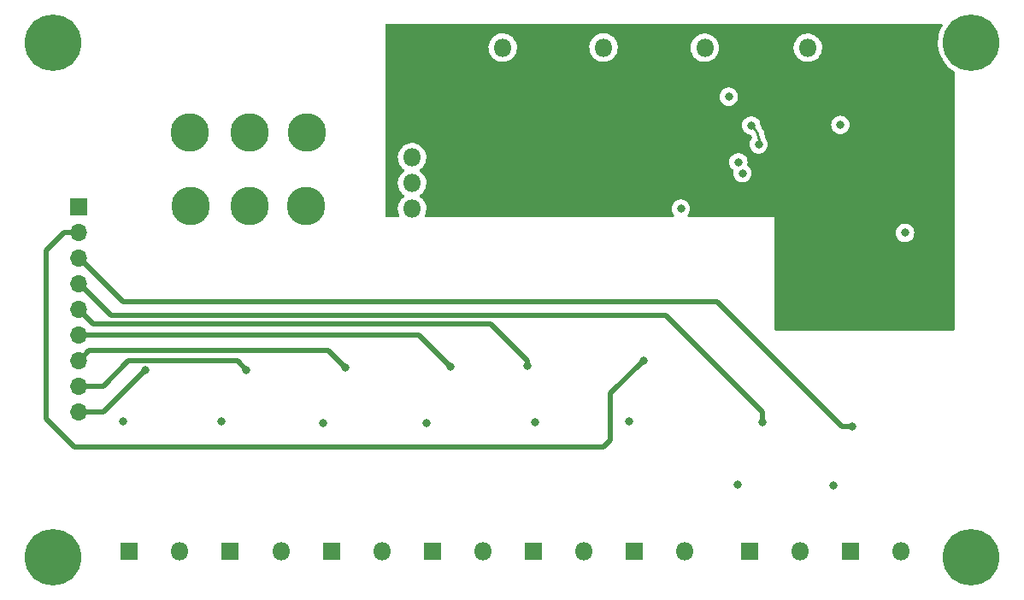
<source format=gbr>
%TF.GenerationSoftware,KiCad,Pcbnew,(6.0.5)*%
%TF.CreationDate,2022-10-19T12:43:17-05:00*%
%TF.ProjectId,powerPCB,706f7765-7250-4434-922e-6b696361645f,rev?*%
%TF.SameCoordinates,Original*%
%TF.FileFunction,Copper,L4,Bot*%
%TF.FilePolarity,Positive*%
%FSLAX46Y46*%
G04 Gerber Fmt 4.6, Leading zero omitted, Abs format (unit mm)*
G04 Created by KiCad (PCBNEW (6.0.5)) date 2022-10-19 12:43:17*
%MOMM*%
%LPD*%
G01*
G04 APERTURE LIST*
%TA.AperFunction,ComponentPad*%
%ADD10C,5.600000*%
%TD*%
%TA.AperFunction,ComponentPad*%
%ADD11C,3.800000*%
%TD*%
%TA.AperFunction,ComponentPad*%
%ADD12R,1.800000X1.800000*%
%TD*%
%TA.AperFunction,ComponentPad*%
%ADD13O,1.800000X1.800000*%
%TD*%
%TA.AperFunction,ComponentPad*%
%ADD14R,1.700000X1.700000*%
%TD*%
%TA.AperFunction,ComponentPad*%
%ADD15O,1.700000X1.700000*%
%TD*%
%TA.AperFunction,ViaPad*%
%ADD16C,0.800000*%
%TD*%
%TA.AperFunction,Conductor*%
%ADD17C,0.500000*%
%TD*%
%TA.AperFunction,Conductor*%
%ADD18C,0.250000*%
%TD*%
G04 APERTURE END LIST*
D10*
%TO.P,H9,1,1*%
%TO.N,unconnected-(H9-Pad1)*%
X84900000Y-49000000D03*
%TD*%
D11*
%TO.P,H5,1,1*%
%TO.N,GND*%
X110100000Y-57900000D03*
%TD*%
D12*
%TO.P,J10,1,Pin_1*%
%TO.N,Net-(Q6-Pad3)*%
X122500000Y-99400000D03*
D13*
%TO.P,J10,2,Pin_2*%
%TO.N,+12V*%
X127500000Y-99400000D03*
%TD*%
%TO.P,J3,2,Pin_2*%
%TO.N,GND*%
X149500000Y-49500000D03*
D12*
%TO.P,J3,1,Pin_1*%
%TO.N,+5V*%
X154500000Y-49500000D03*
%TD*%
%TO.P,J7,1,Pin_1*%
%TO.N,Net-(J7-Pad1)*%
X153900000Y-99400000D03*
D13*
%TO.P,J7,2,Pin_2*%
%TO.N,+12V*%
X158900000Y-99400000D03*
%TD*%
D12*
%TO.P,J1,1,Pin_1*%
%TO.N,Net-(D1-Pad2)*%
X92500000Y-99400000D03*
D13*
%TO.P,J1,2,Pin_2*%
%TO.N,+12V*%
X97500000Y-99400000D03*
%TD*%
D11*
%TO.P,H6,1,1*%
%TO.N,GND*%
X104400000Y-57900000D03*
%TD*%
D10*
%TO.P,H10,1,1*%
%TO.N,unconnected-(H10-Pad1)*%
X175900000Y-100000000D03*
%TD*%
D13*
%TO.P,J4,2,Pin_2*%
%TO.N,GND*%
X159700000Y-49500000D03*
D12*
%TO.P,J4,1,Pin_1*%
%TO.N,+5V*%
X164700000Y-49500000D03*
%TD*%
D11*
%TO.P,H2,1,1*%
%TO.N,/12IN*%
X98600000Y-65200000D03*
%TD*%
D12*
%TO.P,J6,1,Pin_1*%
%TO.N,Net-(D2-Pad2)*%
X102500000Y-99400000D03*
D13*
%TO.P,J6,2,Pin_2*%
%TO.N,+12V*%
X107500000Y-99400000D03*
%TD*%
D12*
%TO.P,J9,1,Pin_1*%
%TO.N,Net-(J9-Pad1)*%
X163900000Y-99400000D03*
D13*
%TO.P,J9,2,Pin_2*%
%TO.N,+12V*%
X168900000Y-99400000D03*
%TD*%
D12*
%TO.P,J13,1,Pin_1*%
%TO.N,Net-(D6-Pad2)*%
X142500000Y-99390000D03*
D13*
%TO.P,J13,2,Pin_2*%
%TO.N,+12V*%
X147500000Y-99390000D03*
%TD*%
D12*
%TO.P,J11,1,Pin_1*%
%TO.N,Net-(D5-Pad2)*%
X132500000Y-99400000D03*
D13*
%TO.P,J11,2,Pin_2*%
%TO.N,+12V*%
X137500000Y-99400000D03*
%TD*%
D11*
%TO.P,H3,1,1*%
%TO.N,/12IN*%
X110000000Y-65200000D03*
%TD*%
D14*
%TO.P,J5,1,Pin_1*%
%TO.N,GND*%
X87450000Y-65250000D03*
D15*
%TO.P,J5,2,Pin_2*%
%TO.N,GPIO19*%
X87450000Y-67790000D03*
%TO.P,J5,3,Pin_3*%
%TO.N,GPIO13*%
X87450000Y-70330000D03*
%TO.P,J5,4,Pin_4*%
%TO.N,GPIO6*%
X87450000Y-72870000D03*
%TO.P,J5,5,Pin_5*%
%TO.N,GPIO5*%
X87450000Y-75410000D03*
%TO.P,J5,6,Pin_6*%
%TO.N,GPIO22*%
X87450000Y-77950000D03*
%TO.P,J5,7,Pin_7*%
%TO.N,GPIO27*%
X87450000Y-80490000D03*
%TO.P,J5,8,Pin_8*%
%TO.N,GPIO17*%
X87450000Y-83030000D03*
%TO.P,J5,9,Pin_9*%
%TO.N,GPIO4*%
X87450000Y-85570000D03*
%TD*%
D10*
%TO.P,H8,1,1*%
%TO.N,unconnected-(H8-Pad1)*%
X84900000Y-100000000D03*
%TD*%
D11*
%TO.P,H1,1,1*%
%TO.N,/12IN*%
X104400000Y-65200000D03*
%TD*%
D13*
%TO.P,SW1,1,A*%
%TO.N,unconnected-(SW1-Pad1)*%
X120500000Y-65440000D03*
%TO.P,SW1,2,B*%
%TO.N,/12IN*%
X120500000Y-62900000D03*
%TO.P,SW1,3,C*%
%TO.N,+12V*%
X120500000Y-60360000D03*
%TD*%
D10*
%TO.P,H7,1,1*%
%TO.N,unconnected-(H7-Pad1)*%
X175900000Y-49000000D03*
%TD*%
D11*
%TO.P,H4,1,1*%
%TO.N,GND*%
X98500000Y-57900000D03*
%TD*%
D12*
%TO.P,J8,1,Pin_1*%
%TO.N,Net-(D3-Pad2)*%
X112500000Y-99400000D03*
D13*
%TO.P,J8,2,Pin_2*%
%TO.N,+12V*%
X117500000Y-99400000D03*
%TD*%
%TO.P,J2,2,Pin_2*%
%TO.N,GND*%
X139472500Y-49487500D03*
D12*
%TO.P,J2,1,Pin_1*%
%TO.N,+5V*%
X144472500Y-49487500D03*
%TD*%
D13*
%TO.P,J12,2,Pin_2*%
%TO.N,GND*%
X129482500Y-49497500D03*
D12*
%TO.P,J12,1,Pin_1*%
%TO.N,+5V*%
X134482500Y-49497500D03*
%TD*%
D16*
%TO.N,GND*%
X151880000Y-54360000D03*
X121912500Y-86700000D03*
X101600000Y-86500000D03*
X153220000Y-61940000D03*
X152830000Y-60850000D03*
X91900000Y-86500000D03*
X111712500Y-86700000D03*
X142000000Y-86500000D03*
X132712500Y-86600000D03*
X147130000Y-65450000D03*
X152712500Y-92800000D03*
X162212500Y-92900000D03*
X162930000Y-57150000D03*
X169330000Y-67850000D03*
%TO.N,+5V*%
X166230000Y-73850000D03*
X170230000Y-73850000D03*
X171230000Y-73850000D03*
X168230000Y-73850000D03*
X169230000Y-73850000D03*
X173230000Y-73850000D03*
X172230000Y-73850000D03*
X167230000Y-73850000D03*
X165230000Y-73850000D03*
X164230000Y-73850000D03*
%TO.N,/EN*%
X154828999Y-59075263D03*
X154100000Y-57210000D03*
%TO.N,GPIO4*%
X94100000Y-81400000D03*
%TO.N,GPIO17*%
X104100000Y-81400000D03*
%TO.N,GPIO27*%
X113900000Y-81200000D03*
%TO.N,GPIO22*%
X124300000Y-81100000D03*
%TO.N,GPIO5*%
X131900000Y-81000000D03*
%TO.N,GPIO6*%
X155200000Y-86600000D03*
%TO.N,GPIO13*%
X164100000Y-87000000D03*
%TO.N,GPIO19*%
X143400000Y-80500000D03*
%TD*%
D17*
%TO.N,GPIO17*%
X103250489Y-80550489D02*
X104100000Y-81400000D01*
X89920000Y-83030000D02*
X92399511Y-80550489D01*
X92399511Y-80550489D02*
X103250489Y-80550489D01*
X87450000Y-83030000D02*
X89920000Y-83030000D01*
%TO.N,GPIO27*%
X112200000Y-79500000D02*
X113900000Y-81200000D01*
X88520000Y-79500000D02*
X112200000Y-79500000D01*
X87525000Y-80495000D02*
X88520000Y-79500000D01*
%TO.N,GPIO4*%
X87450000Y-85570000D02*
X89930000Y-85570000D01*
X89930000Y-85570000D02*
X94100000Y-81400000D01*
%TO.N,GPIO22*%
X121150000Y-77950000D02*
X124300000Y-81100000D01*
X87450000Y-77950000D02*
X121150000Y-77950000D01*
%TO.N,GPIO5*%
X128250000Y-76900000D02*
X131900000Y-80550000D01*
X88940000Y-76900000D02*
X128250000Y-76900000D01*
X131900000Y-80550000D02*
X131900000Y-81000000D01*
X87450000Y-75410000D02*
X88940000Y-76900000D01*
%TO.N,GPIO19*%
X140150000Y-83750000D02*
X143400000Y-80500000D01*
X140150000Y-88400000D02*
X140150000Y-83750000D01*
X84250000Y-86300000D02*
X87050000Y-89100000D01*
X86060000Y-67790000D02*
X84250000Y-69600000D01*
X84250000Y-69600000D02*
X84250000Y-86300000D01*
X87050000Y-89100000D02*
X139450000Y-89100000D01*
X139450000Y-89100000D02*
X140150000Y-88400000D01*
X87450000Y-67790000D02*
X86060000Y-67790000D01*
%TO.N,GPIO6*%
X155200000Y-85550000D02*
X145650000Y-76000000D01*
X155200000Y-86600000D02*
X155200000Y-85550000D01*
%TO.N,GPIO13*%
X163050000Y-87000000D02*
X164100000Y-87000000D01*
X91890000Y-74700000D02*
X150750000Y-74700000D01*
X150750000Y-74700000D02*
X163050000Y-87000000D01*
X87525000Y-70335000D02*
X91890000Y-74700000D01*
D18*
%TO.N,/EN*%
X154828999Y-58496905D02*
X154828999Y-59075263D01*
X154434499Y-57544499D02*
X154040000Y-57150000D01*
X154828996Y-58496905D02*
G75*
G03*
X154434498Y-57544500I-1346896J5D01*
G01*
D17*
%TO.N,GPIO6*%
X87525000Y-72875000D02*
X90650000Y-76000000D01*
X90650000Y-76000000D02*
X145650000Y-76000000D01*
%TD*%
%TA.AperFunction,Conductor*%
%TO.N,+5V*%
G36*
X172995208Y-47170002D02*
G01*
X173041701Y-47223658D01*
X173051805Y-47293932D01*
X173038235Y-47335347D01*
X172898684Y-47596703D01*
X172898679Y-47596714D01*
X172897077Y-47599714D01*
X172763411Y-47932218D01*
X172762491Y-47935492D01*
X172762489Y-47935497D01*
X172684382Y-48213373D01*
X172666437Y-48277213D01*
X172665875Y-48280570D01*
X172665875Y-48280571D01*
X172613371Y-48594327D01*
X172607290Y-48630663D01*
X172586661Y-48988434D01*
X172586833Y-48991829D01*
X172586833Y-48991830D01*
X172589136Y-49037297D01*
X172604792Y-49346340D01*
X172605329Y-49349695D01*
X172605330Y-49349701D01*
X172638992Y-49559859D01*
X172661470Y-49700195D01*
X172756033Y-50045859D01*
X172887374Y-50379288D01*
X172888957Y-50382303D01*
X173034930Y-50660340D01*
X173053957Y-50696582D01*
X173055858Y-50699411D01*
X173055864Y-50699421D01*
X173239569Y-50972800D01*
X173253834Y-50994029D01*
X173484665Y-51268150D01*
X173743751Y-51515738D01*
X174028061Y-51733897D01*
X174169460Y-51819869D01*
X174217274Y-51872349D01*
X174230000Y-51927530D01*
X174230000Y-77424000D01*
X174209998Y-77492121D01*
X174156342Y-77538614D01*
X174104000Y-77550000D01*
X156556000Y-77550000D01*
X156487879Y-77529998D01*
X156441386Y-77476342D01*
X156430000Y-77424000D01*
X156430000Y-67850000D01*
X168416496Y-67850000D01*
X168436458Y-68039928D01*
X168495473Y-68221556D01*
X168590960Y-68386944D01*
X168718747Y-68528866D01*
X168873248Y-68641118D01*
X168879276Y-68643802D01*
X168879278Y-68643803D01*
X169041681Y-68716109D01*
X169047712Y-68718794D01*
X169141113Y-68738647D01*
X169228056Y-68757128D01*
X169228061Y-68757128D01*
X169234513Y-68758500D01*
X169425487Y-68758500D01*
X169431939Y-68757128D01*
X169431944Y-68757128D01*
X169518887Y-68738647D01*
X169612288Y-68718794D01*
X169618319Y-68716109D01*
X169780722Y-68643803D01*
X169780724Y-68643802D01*
X169786752Y-68641118D01*
X169941253Y-68528866D01*
X170069040Y-68386944D01*
X170164527Y-68221556D01*
X170223542Y-68039928D01*
X170243504Y-67850000D01*
X170223542Y-67660072D01*
X170164527Y-67478444D01*
X170069040Y-67313056D01*
X169941253Y-67171134D01*
X169786752Y-67058882D01*
X169780724Y-67056198D01*
X169780722Y-67056197D01*
X169618319Y-66983891D01*
X169618318Y-66983891D01*
X169612288Y-66981206D01*
X169518888Y-66961353D01*
X169431944Y-66942872D01*
X169431939Y-66942872D01*
X169425487Y-66941500D01*
X169234513Y-66941500D01*
X169228061Y-66942872D01*
X169228056Y-66942872D01*
X169141112Y-66961353D01*
X169047712Y-66981206D01*
X169041682Y-66983891D01*
X169041681Y-66983891D01*
X168879278Y-67056197D01*
X168879276Y-67056198D01*
X168873248Y-67058882D01*
X168718747Y-67171134D01*
X168590960Y-67313056D01*
X168495473Y-67478444D01*
X168436458Y-67660072D01*
X168416496Y-67850000D01*
X156430000Y-67850000D01*
X156430000Y-66250000D01*
X147915183Y-66250000D01*
X147847062Y-66229998D01*
X147800569Y-66176342D01*
X147790465Y-66106068D01*
X147821546Y-66039692D01*
X147869040Y-65986944D01*
X147964527Y-65821556D01*
X148023542Y-65639928D01*
X148043504Y-65450000D01*
X148023542Y-65260072D01*
X147964527Y-65078444D01*
X147869040Y-64913056D01*
X147741253Y-64771134D01*
X147586752Y-64658882D01*
X147580724Y-64656198D01*
X147580722Y-64656197D01*
X147418319Y-64583891D01*
X147418318Y-64583891D01*
X147412288Y-64581206D01*
X147318888Y-64561353D01*
X147231944Y-64542872D01*
X147231939Y-64542872D01*
X147225487Y-64541500D01*
X147034513Y-64541500D01*
X147028061Y-64542872D01*
X147028056Y-64542872D01*
X146941112Y-64561353D01*
X146847712Y-64581206D01*
X146841682Y-64583891D01*
X146841681Y-64583891D01*
X146679278Y-64656197D01*
X146679276Y-64656198D01*
X146673248Y-64658882D01*
X146518747Y-64771134D01*
X146390960Y-64913056D01*
X146295473Y-65078444D01*
X146236458Y-65260072D01*
X146216496Y-65450000D01*
X146236458Y-65639928D01*
X146295473Y-65821556D01*
X146390960Y-65986944D01*
X146438454Y-66039692D01*
X146469170Y-66103697D01*
X146460407Y-66174150D01*
X146414944Y-66228682D01*
X146344817Y-66250000D01*
X121873711Y-66250000D01*
X121805590Y-66229998D01*
X121759097Y-66176342D01*
X121748993Y-66106068D01*
X121760754Y-66068173D01*
X121811784Y-65964922D01*
X121811785Y-65964920D01*
X121814078Y-65960280D01*
X121881408Y-65738671D01*
X121911640Y-65509041D01*
X121913327Y-65440000D01*
X121899074Y-65266635D01*
X121894773Y-65214318D01*
X121894772Y-65214312D01*
X121894349Y-65209167D01*
X121837925Y-64984533D01*
X121835866Y-64979797D01*
X121747630Y-64776868D01*
X121747628Y-64776865D01*
X121745570Y-64772131D01*
X121619764Y-64577665D01*
X121586857Y-64541500D01*
X121570134Y-64523122D01*
X121463887Y-64406358D01*
X121459836Y-64403159D01*
X121459832Y-64403155D01*
X121287077Y-64266722D01*
X121246014Y-64208805D01*
X121242782Y-64137882D01*
X121278407Y-64076470D01*
X121292001Y-64065261D01*
X121295872Y-64062500D01*
X121412243Y-63979494D01*
X121576303Y-63816005D01*
X121711458Y-63627917D01*
X121758641Y-63532450D01*
X121811784Y-63424922D01*
X121811785Y-63424920D01*
X121814078Y-63420280D01*
X121881408Y-63198671D01*
X121911640Y-62969041D01*
X121913327Y-62900000D01*
X121905941Y-62810166D01*
X121894773Y-62674318D01*
X121894772Y-62674312D01*
X121894349Y-62669167D01*
X121837925Y-62444533D01*
X121835866Y-62439797D01*
X121747630Y-62236868D01*
X121747628Y-62236865D01*
X121745570Y-62232131D01*
X121619764Y-62037665D01*
X121463887Y-61866358D01*
X121459836Y-61863159D01*
X121459832Y-61863155D01*
X121287077Y-61726722D01*
X121246014Y-61668805D01*
X121242782Y-61597882D01*
X121278407Y-61536470D01*
X121292001Y-61525261D01*
X121295872Y-61522500D01*
X121412243Y-61439494D01*
X121576303Y-61276005D01*
X121711458Y-61087917D01*
X121714172Y-61082427D01*
X121811784Y-60884922D01*
X121811785Y-60884920D01*
X121814078Y-60880280D01*
X121823278Y-60850000D01*
X151916496Y-60850000D01*
X151917186Y-60856565D01*
X151919679Y-60880280D01*
X151936458Y-61039928D01*
X151995473Y-61221556D01*
X151998776Y-61227278D01*
X151998777Y-61227279D01*
X152018323Y-61261134D01*
X152090960Y-61386944D01*
X152095378Y-61391851D01*
X152095379Y-61391852D01*
X152205744Y-61514425D01*
X152218747Y-61528866D01*
X152289975Y-61580616D01*
X152333328Y-61636837D01*
X152339404Y-61707573D01*
X152335749Y-61721479D01*
X152326458Y-61750072D01*
X152325768Y-61756635D01*
X152325767Y-61756642D01*
X152314236Y-61866358D01*
X152306496Y-61940000D01*
X152326458Y-62129928D01*
X152385473Y-62311556D01*
X152480960Y-62476944D01*
X152608747Y-62618866D01*
X152763248Y-62731118D01*
X152769276Y-62733802D01*
X152769278Y-62733803D01*
X152931681Y-62806109D01*
X152937712Y-62808794D01*
X153031112Y-62828647D01*
X153118056Y-62847128D01*
X153118061Y-62847128D01*
X153124513Y-62848500D01*
X153315487Y-62848500D01*
X153321939Y-62847128D01*
X153321944Y-62847128D01*
X153408888Y-62828647D01*
X153502288Y-62808794D01*
X153508319Y-62806109D01*
X153670722Y-62733803D01*
X153670724Y-62733802D01*
X153676752Y-62731118D01*
X153831253Y-62618866D01*
X153959040Y-62476944D01*
X154054527Y-62311556D01*
X154113542Y-62129928D01*
X154133504Y-61940000D01*
X154113542Y-61750072D01*
X154054527Y-61568444D01*
X154033919Y-61532749D01*
X153981808Y-61442492D01*
X153959040Y-61403056D01*
X153831253Y-61261134D01*
X153760025Y-61209384D01*
X153716672Y-61153163D01*
X153710596Y-61082427D01*
X153714251Y-61068521D01*
X153723542Y-61039928D01*
X153740322Y-60880280D01*
X153742814Y-60856565D01*
X153743504Y-60850000D01*
X153742814Y-60843435D01*
X153724232Y-60666635D01*
X153724232Y-60666633D01*
X153723542Y-60660072D01*
X153664527Y-60478444D01*
X153569040Y-60313056D01*
X153441253Y-60171134D01*
X153286752Y-60058882D01*
X153280724Y-60056198D01*
X153280722Y-60056197D01*
X153118319Y-59983891D01*
X153118318Y-59983891D01*
X153112288Y-59981206D01*
X153018887Y-59961353D01*
X152931944Y-59942872D01*
X152931939Y-59942872D01*
X152925487Y-59941500D01*
X152734513Y-59941500D01*
X152728061Y-59942872D01*
X152728056Y-59942872D01*
X152641113Y-59961353D01*
X152547712Y-59981206D01*
X152541682Y-59983891D01*
X152541681Y-59983891D01*
X152379278Y-60056197D01*
X152379276Y-60056198D01*
X152373248Y-60058882D01*
X152218747Y-60171134D01*
X152090960Y-60313056D01*
X151995473Y-60478444D01*
X151936458Y-60660072D01*
X151935768Y-60666633D01*
X151935768Y-60666635D01*
X151917186Y-60843435D01*
X151916496Y-60850000D01*
X121823278Y-60850000D01*
X121881408Y-60658671D01*
X121911640Y-60429041D01*
X121913327Y-60360000D01*
X121898203Y-60176045D01*
X121894773Y-60134318D01*
X121894772Y-60134312D01*
X121894349Y-60129167D01*
X121856839Y-59979834D01*
X121839184Y-59909544D01*
X121839183Y-59909540D01*
X121837925Y-59904533D01*
X121835866Y-59899797D01*
X121747630Y-59696868D01*
X121747628Y-59696865D01*
X121745570Y-59692131D01*
X121619764Y-59497665D01*
X121463887Y-59326358D01*
X121459836Y-59323159D01*
X121459832Y-59323155D01*
X121286177Y-59186011D01*
X121286172Y-59186008D01*
X121282123Y-59182810D01*
X121277607Y-59180317D01*
X121277604Y-59180315D01*
X121083879Y-59073373D01*
X121083875Y-59073371D01*
X121079355Y-59070876D01*
X121074486Y-59069152D01*
X121074482Y-59069150D01*
X120865903Y-58995288D01*
X120865899Y-58995287D01*
X120861028Y-58993562D01*
X120855935Y-58992655D01*
X120855932Y-58992654D01*
X120638095Y-58953851D01*
X120638089Y-58953850D01*
X120633006Y-58952945D01*
X120560096Y-58952054D01*
X120406581Y-58950179D01*
X120406579Y-58950179D01*
X120401411Y-58950116D01*
X120172464Y-58985150D01*
X119952314Y-59057106D01*
X119947726Y-59059494D01*
X119947722Y-59059496D01*
X119904823Y-59081828D01*
X119746872Y-59164052D01*
X119742739Y-59167155D01*
X119742736Y-59167157D01*
X119603806Y-59271469D01*
X119561655Y-59303117D01*
X119401639Y-59470564D01*
X119398725Y-59474836D01*
X119398724Y-59474837D01*
X119383152Y-59497665D01*
X119271119Y-59661899D01*
X119173602Y-59871981D01*
X119111707Y-60095169D01*
X119087095Y-60325469D01*
X119087392Y-60330622D01*
X119087392Y-60330625D01*
X119100129Y-60551529D01*
X119100427Y-60556697D01*
X119101564Y-60561743D01*
X119101565Y-60561749D01*
X119125203Y-60666635D01*
X119151346Y-60782642D01*
X119153288Y-60787424D01*
X119153289Y-60787428D01*
X119236540Y-60992450D01*
X119238484Y-60997237D01*
X119359501Y-61194719D01*
X119511147Y-61369784D01*
X119689349Y-61517730D01*
X119693819Y-61520342D01*
X119697511Y-61522500D01*
X119746232Y-61574140D01*
X119759301Y-61643924D01*
X119732566Y-61709694D01*
X119709589Y-61732045D01*
X119561655Y-61843117D01*
X119401639Y-62010564D01*
X119398725Y-62014836D01*
X119398724Y-62014837D01*
X119383152Y-62037665D01*
X119271119Y-62201899D01*
X119173602Y-62411981D01*
X119111707Y-62635169D01*
X119087095Y-62865469D01*
X119087392Y-62870622D01*
X119087392Y-62870625D01*
X119093067Y-62969041D01*
X119100427Y-63096697D01*
X119101564Y-63101743D01*
X119101565Y-63101749D01*
X119133741Y-63244523D01*
X119151346Y-63322642D01*
X119153288Y-63327424D01*
X119153289Y-63327428D01*
X119236540Y-63532450D01*
X119238484Y-63537237D01*
X119359501Y-63734719D01*
X119511147Y-63909784D01*
X119689349Y-64057730D01*
X119693819Y-64060342D01*
X119697511Y-64062500D01*
X119746232Y-64114140D01*
X119759301Y-64183924D01*
X119732566Y-64249694D01*
X119709589Y-64272045D01*
X119561655Y-64383117D01*
X119558083Y-64386855D01*
X119408990Y-64542872D01*
X119401639Y-64550564D01*
X119398725Y-64554836D01*
X119398724Y-64554837D01*
X119383152Y-64577665D01*
X119271119Y-64741899D01*
X119173602Y-64951981D01*
X119111707Y-65175169D01*
X119087095Y-65405469D01*
X119087392Y-65410622D01*
X119087392Y-65410625D01*
X119093067Y-65509041D01*
X119100427Y-65636697D01*
X119101564Y-65641743D01*
X119101565Y-65641749D01*
X119133741Y-65784523D01*
X119151346Y-65862642D01*
X119234804Y-66068173D01*
X119238224Y-66076596D01*
X119245320Y-66147237D01*
X119213098Y-66210500D01*
X119151789Y-66246301D01*
X119121481Y-66250000D01*
X117956000Y-66250000D01*
X117887879Y-66229998D01*
X117841386Y-66176342D01*
X117830000Y-66124000D01*
X117830000Y-57210000D01*
X153186496Y-57210000D01*
X153206458Y-57399928D01*
X153265473Y-57581556D01*
X153360960Y-57746944D01*
X153488747Y-57888866D01*
X153643248Y-58001118D01*
X153649276Y-58003802D01*
X153649278Y-58003803D01*
X153773276Y-58059010D01*
X153817712Y-58078794D01*
X153911112Y-58098647D01*
X153998056Y-58117128D01*
X153998061Y-58117128D01*
X154004513Y-58118500D01*
X154011115Y-58118500D01*
X154017682Y-58119190D01*
X154017502Y-58120898D01*
X154077456Y-58138502D01*
X154120456Y-58185103D01*
X154135342Y-58212952D01*
X154144792Y-58235763D01*
X154178188Y-58345855D01*
X154183005Y-58370076D01*
X154183317Y-58373244D01*
X154170088Y-58442997D01*
X154151560Y-58469903D01*
X154094382Y-58533406D01*
X154094379Y-58533410D01*
X154089959Y-58538319D01*
X153994472Y-58703707D01*
X153935457Y-58885335D01*
X153934767Y-58891896D01*
X153934767Y-58891898D01*
X153928351Y-58952945D01*
X153915495Y-59075263D01*
X153916185Y-59081828D01*
X153926799Y-59182810D01*
X153935457Y-59265191D01*
X153994472Y-59446819D01*
X154089959Y-59612207D01*
X154217746Y-59754129D01*
X154372247Y-59866381D01*
X154378275Y-59869065D01*
X154378277Y-59869066D01*
X154457938Y-59904533D01*
X154546711Y-59944057D01*
X154640111Y-59963910D01*
X154727055Y-59982391D01*
X154727060Y-59982391D01*
X154733512Y-59983763D01*
X154924486Y-59983763D01*
X154930938Y-59982391D01*
X154930943Y-59982391D01*
X155017887Y-59963910D01*
X155111287Y-59944057D01*
X155200060Y-59904533D01*
X155279721Y-59869066D01*
X155279723Y-59869065D01*
X155285751Y-59866381D01*
X155440252Y-59754129D01*
X155568039Y-59612207D01*
X155663526Y-59446819D01*
X155722541Y-59265191D01*
X155731200Y-59182810D01*
X155741813Y-59081828D01*
X155742503Y-59075263D01*
X155729647Y-58952945D01*
X155723231Y-58891898D01*
X155723231Y-58891896D01*
X155722541Y-58885335D01*
X155663526Y-58703707D01*
X155568039Y-58538319D01*
X155490963Y-58452717D01*
X155460245Y-58388710D01*
X155458797Y-58375471D01*
X155458494Y-58370076D01*
X155453145Y-58274823D01*
X155415886Y-58055531D01*
X155354309Y-57841789D01*
X155269187Y-57636286D01*
X155161591Y-57441606D01*
X155136474Y-57406206D01*
X155035428Y-57263795D01*
X155012879Y-57204053D01*
X155007198Y-57150000D01*
X162016496Y-57150000D01*
X162036458Y-57339928D01*
X162095473Y-57521556D01*
X162190960Y-57686944D01*
X162318747Y-57828866D01*
X162473248Y-57941118D01*
X162479276Y-57943802D01*
X162479278Y-57943803D01*
X162614041Y-58003803D01*
X162647712Y-58018794D01*
X162741112Y-58038647D01*
X162828056Y-58057128D01*
X162828061Y-58057128D01*
X162834513Y-58058500D01*
X163025487Y-58058500D01*
X163031939Y-58057128D01*
X163031944Y-58057128D01*
X163118888Y-58038647D01*
X163212288Y-58018794D01*
X163245959Y-58003803D01*
X163380722Y-57943803D01*
X163380724Y-57943802D01*
X163386752Y-57941118D01*
X163541253Y-57828866D01*
X163669040Y-57686944D01*
X163764527Y-57521556D01*
X163823542Y-57339928D01*
X163843504Y-57150000D01*
X163823542Y-56960072D01*
X163764527Y-56778444D01*
X163669040Y-56613056D01*
X163541253Y-56471134D01*
X163386752Y-56358882D01*
X163380724Y-56356198D01*
X163380722Y-56356197D01*
X163218319Y-56283891D01*
X163218318Y-56283891D01*
X163212288Y-56281206D01*
X163118887Y-56261353D01*
X163031944Y-56242872D01*
X163031939Y-56242872D01*
X163025487Y-56241500D01*
X162834513Y-56241500D01*
X162828061Y-56242872D01*
X162828056Y-56242872D01*
X162741113Y-56261353D01*
X162647712Y-56281206D01*
X162641682Y-56283891D01*
X162641681Y-56283891D01*
X162479278Y-56356197D01*
X162479276Y-56356198D01*
X162473248Y-56358882D01*
X162318747Y-56471134D01*
X162190960Y-56613056D01*
X162095473Y-56778444D01*
X162036458Y-56960072D01*
X162016496Y-57150000D01*
X155007198Y-57150000D01*
X154994232Y-57026635D01*
X154994232Y-57026633D01*
X154993542Y-57020072D01*
X154934527Y-56838444D01*
X154839040Y-56673056D01*
X154711253Y-56531134D01*
X154556752Y-56418882D01*
X154550724Y-56416198D01*
X154550722Y-56416197D01*
X154388319Y-56343891D01*
X154388318Y-56343891D01*
X154382288Y-56341206D01*
X154288888Y-56321353D01*
X154201944Y-56302872D01*
X154201939Y-56302872D01*
X154195487Y-56301500D01*
X154004513Y-56301500D01*
X153998061Y-56302872D01*
X153998056Y-56302872D01*
X153911113Y-56321353D01*
X153817712Y-56341206D01*
X153811682Y-56343891D01*
X153811681Y-56343891D01*
X153649278Y-56416197D01*
X153649276Y-56416198D01*
X153643248Y-56418882D01*
X153488747Y-56531134D01*
X153360960Y-56673056D01*
X153265473Y-56838444D01*
X153206458Y-57020072D01*
X153186496Y-57210000D01*
X117830000Y-57210000D01*
X117830000Y-54360000D01*
X150966496Y-54360000D01*
X150986458Y-54549928D01*
X151045473Y-54731556D01*
X151140960Y-54896944D01*
X151268747Y-55038866D01*
X151423248Y-55151118D01*
X151429276Y-55153802D01*
X151429278Y-55153803D01*
X151591681Y-55226109D01*
X151597712Y-55228794D01*
X151691112Y-55248647D01*
X151778056Y-55267128D01*
X151778061Y-55267128D01*
X151784513Y-55268500D01*
X151975487Y-55268500D01*
X151981939Y-55267128D01*
X151981944Y-55267128D01*
X152068887Y-55248647D01*
X152162288Y-55228794D01*
X152168319Y-55226109D01*
X152330722Y-55153803D01*
X152330724Y-55153802D01*
X152336752Y-55151118D01*
X152491253Y-55038866D01*
X152619040Y-54896944D01*
X152714527Y-54731556D01*
X152773542Y-54549928D01*
X152793504Y-54360000D01*
X152773542Y-54170072D01*
X152714527Y-53988444D01*
X152619040Y-53823056D01*
X152491253Y-53681134D01*
X152336752Y-53568882D01*
X152330724Y-53566198D01*
X152330722Y-53566197D01*
X152168319Y-53493891D01*
X152168318Y-53493891D01*
X152162288Y-53491206D01*
X152068887Y-53471353D01*
X151981944Y-53452872D01*
X151981939Y-53452872D01*
X151975487Y-53451500D01*
X151784513Y-53451500D01*
X151778061Y-53452872D01*
X151778056Y-53452872D01*
X151691113Y-53471353D01*
X151597712Y-53491206D01*
X151591682Y-53493891D01*
X151591681Y-53493891D01*
X151429278Y-53566197D01*
X151429276Y-53566198D01*
X151423248Y-53568882D01*
X151268747Y-53681134D01*
X151140960Y-53823056D01*
X151045473Y-53988444D01*
X150986458Y-54170072D01*
X150966496Y-54360000D01*
X117830000Y-54360000D01*
X117830000Y-49462969D01*
X128069595Y-49462969D01*
X128069892Y-49468122D01*
X128069892Y-49468125D01*
X128075518Y-49565691D01*
X128082927Y-49694197D01*
X128084064Y-49699243D01*
X128084065Y-49699249D01*
X128107586Y-49803617D01*
X128133846Y-49920142D01*
X128135788Y-49924924D01*
X128135789Y-49924928D01*
X128219040Y-50129950D01*
X128220984Y-50134737D01*
X128342001Y-50332219D01*
X128493647Y-50507284D01*
X128671849Y-50655230D01*
X128871822Y-50772084D01*
X129088194Y-50854709D01*
X129093260Y-50855740D01*
X129093261Y-50855740D01*
X129105549Y-50858240D01*
X129315156Y-50900885D01*
X129445824Y-50905676D01*
X129541449Y-50909183D01*
X129541453Y-50909183D01*
X129546613Y-50909372D01*
X129551733Y-50908716D01*
X129551735Y-50908716D01*
X129624770Y-50899360D01*
X129776347Y-50879942D01*
X129781295Y-50878457D01*
X129781302Y-50878456D01*
X129993247Y-50814869D01*
X129998190Y-50813386D01*
X130002824Y-50811116D01*
X130201549Y-50713762D01*
X130201552Y-50713760D01*
X130206184Y-50711491D01*
X130394743Y-50576994D01*
X130558803Y-50413505D01*
X130563368Y-50407153D01*
X130614408Y-50336122D01*
X130693958Y-50225417D01*
X130698901Y-50215417D01*
X130794284Y-50022422D01*
X130794285Y-50022420D01*
X130796578Y-50017780D01*
X130863908Y-49796171D01*
X130894140Y-49566541D01*
X130895827Y-49497500D01*
X130892166Y-49452969D01*
X138059595Y-49452969D01*
X138059892Y-49458122D01*
X138059892Y-49458125D01*
X138066479Y-49572359D01*
X138072927Y-49684197D01*
X138074064Y-49689243D01*
X138074065Y-49689249D01*
X138106241Y-49832023D01*
X138123846Y-49910142D01*
X138125788Y-49914924D01*
X138125789Y-49914928D01*
X138178955Y-50045859D01*
X138210984Y-50124737D01*
X138332001Y-50322219D01*
X138483647Y-50497284D01*
X138661849Y-50645230D01*
X138861822Y-50762084D01*
X138866647Y-50763926D01*
X138866648Y-50763927D01*
X138894556Y-50774584D01*
X139078194Y-50844709D01*
X139083260Y-50845740D01*
X139083261Y-50845740D01*
X139130565Y-50855364D01*
X139305156Y-50890885D01*
X139435824Y-50895676D01*
X139531449Y-50899183D01*
X139531453Y-50899183D01*
X139536613Y-50899372D01*
X139541733Y-50898716D01*
X139541735Y-50898716D01*
X139614770Y-50889360D01*
X139766347Y-50869942D01*
X139771295Y-50868457D01*
X139771302Y-50868456D01*
X139983247Y-50804869D01*
X139988190Y-50803386D01*
X139992824Y-50801116D01*
X140191549Y-50703762D01*
X140191552Y-50703760D01*
X140196184Y-50701491D01*
X140384743Y-50566994D01*
X140548803Y-50403505D01*
X140683958Y-50215417D01*
X140723833Y-50134737D01*
X140784284Y-50012422D01*
X140784285Y-50012420D01*
X140786578Y-50007780D01*
X140853908Y-49786171D01*
X140884140Y-49556541D01*
X140884222Y-49553191D01*
X140885745Y-49490865D01*
X140885745Y-49490861D01*
X140885827Y-49487500D01*
X140884016Y-49465469D01*
X148087095Y-49465469D01*
X148087392Y-49470622D01*
X148087392Y-49470625D01*
X148093067Y-49569041D01*
X148100427Y-49696697D01*
X148101564Y-49701743D01*
X148101565Y-49701749D01*
X148133741Y-49844523D01*
X148151346Y-49922642D01*
X148153288Y-49927424D01*
X148153289Y-49927428D01*
X148235525Y-50129950D01*
X148238484Y-50137237D01*
X148359501Y-50334719D01*
X148511147Y-50509784D01*
X148689349Y-50657730D01*
X148889322Y-50774584D01*
X149105694Y-50857209D01*
X149110760Y-50858240D01*
X149110761Y-50858240D01*
X149160975Y-50868456D01*
X149332656Y-50903385D01*
X149463324Y-50908176D01*
X149558949Y-50911683D01*
X149558953Y-50911683D01*
X149564113Y-50911872D01*
X149569233Y-50911216D01*
X149569235Y-50911216D01*
X149661689Y-50899372D01*
X149793847Y-50882442D01*
X149798795Y-50880957D01*
X149798802Y-50880956D01*
X150010747Y-50817369D01*
X150015690Y-50815886D01*
X150041206Y-50803386D01*
X150219049Y-50716262D01*
X150219052Y-50716260D01*
X150223684Y-50713991D01*
X150412243Y-50579494D01*
X150576303Y-50416005D01*
X150711458Y-50227917D01*
X150714987Y-50220778D01*
X150811784Y-50024922D01*
X150811785Y-50024920D01*
X150814078Y-50020280D01*
X150881408Y-49798671D01*
X150911640Y-49569041D01*
X150911783Y-49563191D01*
X150913245Y-49503365D01*
X150913245Y-49503361D01*
X150913327Y-49500000D01*
X150910488Y-49465469D01*
X158287095Y-49465469D01*
X158287392Y-49470622D01*
X158287392Y-49470625D01*
X158293067Y-49569041D01*
X158300427Y-49696697D01*
X158301564Y-49701743D01*
X158301565Y-49701749D01*
X158333741Y-49844523D01*
X158351346Y-49922642D01*
X158353288Y-49927424D01*
X158353289Y-49927428D01*
X158435525Y-50129950D01*
X158438484Y-50137237D01*
X158559501Y-50334719D01*
X158711147Y-50509784D01*
X158889349Y-50657730D01*
X159089322Y-50774584D01*
X159305694Y-50857209D01*
X159310760Y-50858240D01*
X159310761Y-50858240D01*
X159360975Y-50868456D01*
X159532656Y-50903385D01*
X159663324Y-50908176D01*
X159758949Y-50911683D01*
X159758953Y-50911683D01*
X159764113Y-50911872D01*
X159769233Y-50911216D01*
X159769235Y-50911216D01*
X159861689Y-50899372D01*
X159993847Y-50882442D01*
X159998795Y-50880957D01*
X159998802Y-50880956D01*
X160210747Y-50817369D01*
X160215690Y-50815886D01*
X160241206Y-50803386D01*
X160419049Y-50716262D01*
X160419052Y-50716260D01*
X160423684Y-50713991D01*
X160612243Y-50579494D01*
X160776303Y-50416005D01*
X160911458Y-50227917D01*
X160914987Y-50220778D01*
X161011784Y-50024922D01*
X161011785Y-50024920D01*
X161014078Y-50020280D01*
X161081408Y-49798671D01*
X161111640Y-49569041D01*
X161111783Y-49563191D01*
X161113245Y-49503365D01*
X161113245Y-49503361D01*
X161113327Y-49500000D01*
X161100415Y-49342945D01*
X161094773Y-49274318D01*
X161094772Y-49274312D01*
X161094349Y-49269167D01*
X161037925Y-49044533D01*
X161028619Y-49023131D01*
X160947630Y-48836868D01*
X160947628Y-48836865D01*
X160945570Y-48832131D01*
X160819764Y-48637665D01*
X160796718Y-48612337D01*
X160770134Y-48583122D01*
X160663887Y-48466358D01*
X160659836Y-48463159D01*
X160659832Y-48463155D01*
X160486177Y-48326011D01*
X160486172Y-48326008D01*
X160482123Y-48322810D01*
X160477607Y-48320317D01*
X160477604Y-48320315D01*
X160283879Y-48213373D01*
X160283875Y-48213371D01*
X160279355Y-48210876D01*
X160274486Y-48209152D01*
X160274482Y-48209150D01*
X160065903Y-48135288D01*
X160065899Y-48135287D01*
X160061028Y-48133562D01*
X160055935Y-48132655D01*
X160055932Y-48132654D01*
X159838095Y-48093851D01*
X159838089Y-48093850D01*
X159833006Y-48092945D01*
X159760096Y-48092054D01*
X159606581Y-48090179D01*
X159606579Y-48090179D01*
X159601411Y-48090116D01*
X159372464Y-48125150D01*
X159152314Y-48197106D01*
X159147726Y-48199494D01*
X159147722Y-48199496D01*
X158951674Y-48301552D01*
X158946872Y-48304052D01*
X158942739Y-48307155D01*
X158942736Y-48307157D01*
X158769120Y-48437512D01*
X158761655Y-48443117D01*
X158601639Y-48610564D01*
X158598725Y-48614836D01*
X158598724Y-48614837D01*
X158585604Y-48634070D01*
X158471119Y-48801899D01*
X158373602Y-49011981D01*
X158311707Y-49235169D01*
X158287095Y-49465469D01*
X150910488Y-49465469D01*
X150900415Y-49342945D01*
X150894773Y-49274318D01*
X150894772Y-49274312D01*
X150894349Y-49269167D01*
X150837925Y-49044533D01*
X150828619Y-49023131D01*
X150747630Y-48836868D01*
X150747628Y-48836865D01*
X150745570Y-48832131D01*
X150619764Y-48637665D01*
X150596718Y-48612337D01*
X150570134Y-48583122D01*
X150463887Y-48466358D01*
X150459836Y-48463159D01*
X150459832Y-48463155D01*
X150286177Y-48326011D01*
X150286172Y-48326008D01*
X150282123Y-48322810D01*
X150277607Y-48320317D01*
X150277604Y-48320315D01*
X150083879Y-48213373D01*
X150083875Y-48213371D01*
X150079355Y-48210876D01*
X150074486Y-48209152D01*
X150074482Y-48209150D01*
X149865903Y-48135288D01*
X149865899Y-48135287D01*
X149861028Y-48133562D01*
X149855935Y-48132655D01*
X149855932Y-48132654D01*
X149638095Y-48093851D01*
X149638089Y-48093850D01*
X149633006Y-48092945D01*
X149560096Y-48092054D01*
X149406581Y-48090179D01*
X149406579Y-48090179D01*
X149401411Y-48090116D01*
X149172464Y-48125150D01*
X148952314Y-48197106D01*
X148947726Y-48199494D01*
X148947722Y-48199496D01*
X148751674Y-48301552D01*
X148746872Y-48304052D01*
X148742739Y-48307155D01*
X148742736Y-48307157D01*
X148569120Y-48437512D01*
X148561655Y-48443117D01*
X148401639Y-48610564D01*
X148398725Y-48614836D01*
X148398724Y-48614837D01*
X148385604Y-48634070D01*
X148271119Y-48801899D01*
X148173602Y-49011981D01*
X148111707Y-49235169D01*
X148087095Y-49465469D01*
X140884016Y-49465469D01*
X140874498Y-49349701D01*
X140867273Y-49261818D01*
X140867272Y-49261812D01*
X140866849Y-49256667D01*
X140838637Y-49144350D01*
X140811684Y-49037044D01*
X140811683Y-49037040D01*
X140810425Y-49032033D01*
X140808366Y-49027297D01*
X140720130Y-48824368D01*
X140720128Y-48824365D01*
X140718070Y-48819631D01*
X140592264Y-48625165D01*
X140582867Y-48614837D01*
X140542634Y-48570622D01*
X140436387Y-48453858D01*
X140432336Y-48450659D01*
X140432332Y-48450655D01*
X140258677Y-48313511D01*
X140258672Y-48313508D01*
X140254623Y-48310310D01*
X140250107Y-48307817D01*
X140250104Y-48307815D01*
X140056379Y-48200873D01*
X140056375Y-48200871D01*
X140051855Y-48198376D01*
X140046986Y-48196652D01*
X140046982Y-48196650D01*
X139838403Y-48122788D01*
X139838399Y-48122787D01*
X139833528Y-48121062D01*
X139828435Y-48120155D01*
X139828432Y-48120154D01*
X139610595Y-48081351D01*
X139610589Y-48081350D01*
X139605506Y-48080445D01*
X139532596Y-48079554D01*
X139379081Y-48077679D01*
X139379079Y-48077679D01*
X139373911Y-48077616D01*
X139144964Y-48112650D01*
X138924814Y-48184606D01*
X138920226Y-48186994D01*
X138920222Y-48186996D01*
X138753214Y-48273935D01*
X138719372Y-48291552D01*
X138715239Y-48294655D01*
X138715236Y-48294657D01*
X138538290Y-48427512D01*
X138534155Y-48430617D01*
X138374139Y-48598064D01*
X138371225Y-48602336D01*
X138371224Y-48602337D01*
X138355652Y-48625165D01*
X138243619Y-48789399D01*
X138146102Y-48999481D01*
X138084207Y-49222669D01*
X138059595Y-49452969D01*
X130892166Y-49452969D01*
X130883676Y-49349701D01*
X130877273Y-49271818D01*
X130877272Y-49271812D01*
X130876849Y-49266667D01*
X130820425Y-49042033D01*
X130812206Y-49023131D01*
X130730130Y-48834368D01*
X130730128Y-48834365D01*
X130728070Y-48829631D01*
X130602264Y-48635165D01*
X130597118Y-48629509D01*
X130452140Y-48470181D01*
X130446387Y-48463858D01*
X130442336Y-48460659D01*
X130442332Y-48460655D01*
X130268677Y-48323511D01*
X130268672Y-48323508D01*
X130264623Y-48320310D01*
X130260107Y-48317817D01*
X130260104Y-48317815D01*
X130066379Y-48210873D01*
X130066375Y-48210871D01*
X130061855Y-48208376D01*
X130056986Y-48206652D01*
X130056982Y-48206650D01*
X129848403Y-48132788D01*
X129848399Y-48132787D01*
X129843528Y-48131062D01*
X129838435Y-48130155D01*
X129838432Y-48130154D01*
X129620595Y-48091351D01*
X129620589Y-48091350D01*
X129615506Y-48090445D01*
X129542596Y-48089554D01*
X129389081Y-48087679D01*
X129389079Y-48087679D01*
X129383911Y-48087616D01*
X129154964Y-48122650D01*
X128934814Y-48194606D01*
X128930226Y-48196994D01*
X128930222Y-48196996D01*
X128782424Y-48273935D01*
X128729372Y-48301552D01*
X128725239Y-48304655D01*
X128725236Y-48304657D01*
X128552495Y-48434355D01*
X128544155Y-48440617D01*
X128384139Y-48608064D01*
X128381225Y-48612336D01*
X128381224Y-48612337D01*
X128362689Y-48639509D01*
X128253619Y-48799399D01*
X128156102Y-49009481D01*
X128094207Y-49232669D01*
X128069595Y-49462969D01*
X117830000Y-49462969D01*
X117830000Y-47276000D01*
X117850002Y-47207879D01*
X117903658Y-47161386D01*
X117956000Y-47150000D01*
X172927087Y-47150000D01*
X172995208Y-47170002D01*
G37*
%TD.AperFunction*%
%TD*%
M02*

</source>
